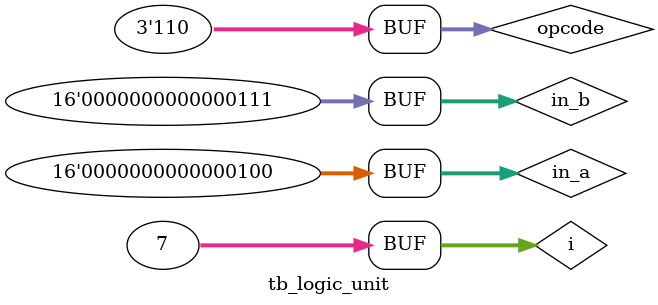
<source format=v>
`timescale 1ns / 1ps

module tb_logic_unit( );

reg [15 : 0] in_a;   
reg [15 : 0] in_b;     
reg [2 : 0] opcode;    
wire [31 : 0] out_logic;


logic_unit test (                             
                  . in_a(in_a),                
                  . in_b(in_b),                
                  .opcode(opcode),     
                  .out_logic(out_logic)
                   );                       

           
initial
begin
    in_a = 16'h0004;
    in_b = 16'h0007;
                                                                                                     
end                                                                                                    

integer i;
initial
begin
for ( i = 0; i < 3'hf; i= i+1)
    begin
        opcode <= i;
    #5;
    end
end



endmodule
</source>
